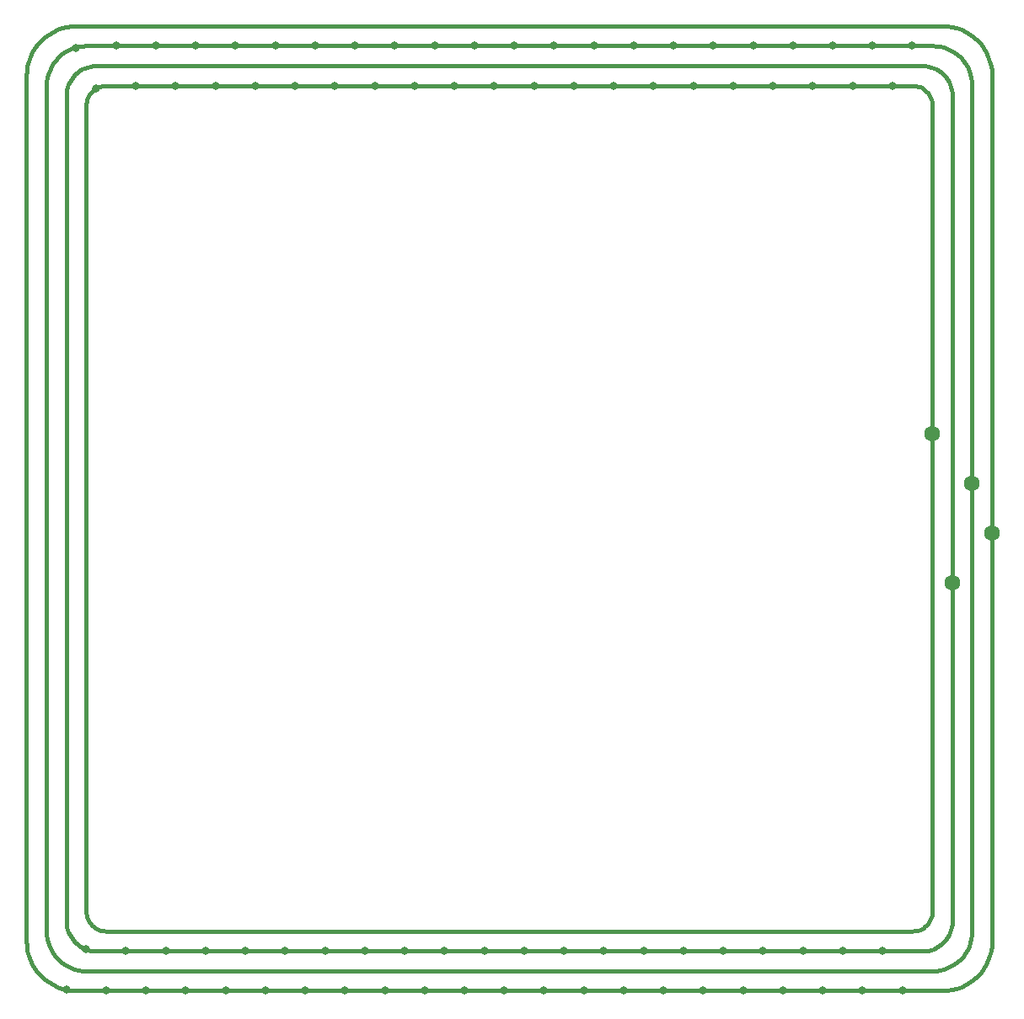
<source format=gbr>
G04 #@! TF.GenerationSoftware,KiCad,Pcbnew,(5.1.9)-1*
G04 #@! TF.CreationDate,2021-04-12T22:56:46-07:00*
G04 #@! TF.ProjectId,2 layer FINAL test board,32206c61-7965-4722-9046-494e414c2074,rev?*
G04 #@! TF.SameCoordinates,Original*
G04 #@! TF.FileFunction,Copper,L2,Bot*
G04 #@! TF.FilePolarity,Positive*
%FSLAX46Y46*%
G04 Gerber Fmt 4.6, Leading zero omitted, Abs format (unit mm)*
G04 Created by KiCad (PCBNEW (5.1.9)-1) date 2021-04-12 22:56:46*
%MOMM*%
%LPD*%
G01*
G04 APERTURE LIST*
G04 #@! TA.AperFunction,ViaPad*
%ADD10C,0.800000*%
G04 #@! TD*
G04 #@! TA.AperFunction,ViaPad*
%ADD11C,1.600000*%
G04 #@! TD*
G04 #@! TA.AperFunction,Conductor*
%ADD12C,0.400000*%
G04 #@! TD*
G04 APERTURE END LIST*
D10*
X93000000Y-150900000D03*
X95000000Y-146800000D03*
X97000000Y-151000000D03*
X99000000Y-147000000D03*
X101000000Y-151000000D03*
X105000000Y-151000000D03*
X109000000Y-151000000D03*
X113000000Y-151000000D03*
X117000000Y-151000000D03*
X121000000Y-151000000D03*
X125000000Y-151000000D03*
X129000000Y-151000000D03*
X133000000Y-151000000D03*
X137000000Y-151000000D03*
X141000000Y-151000000D03*
X145000000Y-151000000D03*
X149000000Y-151000000D03*
X153000000Y-151000000D03*
X157000000Y-151000000D03*
X161000000Y-151000000D03*
X165000000Y-151000000D03*
X169000000Y-151000000D03*
X173000000Y-151000000D03*
X177000000Y-151000000D03*
X103000000Y-147000000D03*
X107000000Y-147000000D03*
X111000000Y-147000000D03*
X115000000Y-147000000D03*
X119000000Y-147000000D03*
X123000000Y-147000000D03*
X127000000Y-147000000D03*
X131000000Y-147000000D03*
X135000000Y-147000000D03*
X139000000Y-147000000D03*
X143000000Y-147000000D03*
X147000000Y-147000000D03*
X151000000Y-147000000D03*
X155000000Y-147000000D03*
X159000000Y-147000000D03*
X163000000Y-147000000D03*
X167000000Y-147000000D03*
X171000000Y-147000000D03*
X175000000Y-147000000D03*
X94000000Y-56200000D03*
X96000000Y-60300000D03*
X98000000Y-56000000D03*
X100000000Y-60000000D03*
X104000000Y-60000000D03*
X108000000Y-60000000D03*
X112000000Y-60000000D03*
X116000000Y-60000000D03*
X120000000Y-60000000D03*
X124000000Y-60000000D03*
X128000000Y-60000000D03*
X132000000Y-60000000D03*
X136000000Y-60000000D03*
X140000000Y-60000000D03*
X144000000Y-60000000D03*
X148000000Y-60000000D03*
X152000000Y-60000000D03*
X156000000Y-60000000D03*
X160000000Y-60000000D03*
X164000000Y-60000000D03*
X168000000Y-60000000D03*
X172000000Y-60000000D03*
X176000000Y-60000000D03*
X102000000Y-56000000D03*
X106000000Y-56000000D03*
X110000000Y-56000000D03*
X114000000Y-56000000D03*
X118000000Y-56000000D03*
X122000000Y-56000000D03*
X126000000Y-56000000D03*
X130000000Y-56000000D03*
X134000000Y-56000000D03*
X138000000Y-56000000D03*
X142000000Y-56000000D03*
X146000000Y-56000000D03*
X150000000Y-56000000D03*
X154000000Y-56000000D03*
X158000000Y-56000000D03*
X162000000Y-56000000D03*
X166000000Y-56000000D03*
X170000000Y-56000000D03*
X174000000Y-56000000D03*
X178000000Y-56000000D03*
D11*
X186000000Y-105000000D03*
X184000000Y-100000000D03*
X180000000Y-95000000D03*
X182000000Y-110000000D03*
D12*
X95000000Y-62000000D02*
X95009630Y-61803965D01*
X95009630Y-61803965D02*
X95038429Y-61609819D01*
X95038429Y-61609819D02*
X95086119Y-61419430D01*
X95086119Y-61419430D02*
X95152240Y-61234633D01*
X95152240Y-61234633D02*
X95236157Y-61057206D01*
X95236157Y-61057206D02*
X95337060Y-60888859D01*
X95337060Y-60888859D02*
X95453979Y-60731213D01*
X95453979Y-60731213D02*
X95585786Y-60585786D01*
X95585786Y-60585786D02*
X95731213Y-60453979D01*
X95731213Y-60453979D02*
X95888859Y-60337060D01*
X95888859Y-60337060D02*
X96057206Y-60236157D01*
X96057206Y-60236157D02*
X96234633Y-60152240D01*
X96234633Y-60152240D02*
X96419430Y-60086119D01*
X96419430Y-60086119D02*
X96609819Y-60038429D01*
X96609819Y-60038429D02*
X96803965Y-60009630D01*
X96803965Y-60009630D02*
X97000000Y-60000000D01*
X93000000Y-61000000D02*
X93014445Y-60705948D01*
X93014445Y-60705948D02*
X93057644Y-60414729D01*
X93057644Y-60414729D02*
X93129178Y-60129145D01*
X93129178Y-60129145D02*
X93228361Y-59851949D01*
X93228361Y-59851949D02*
X93354236Y-59585809D01*
X93354236Y-59585809D02*
X93505591Y-59333289D01*
X93505591Y-59333289D02*
X93680968Y-59096820D01*
X93680968Y-59096820D02*
X93878679Y-58878679D01*
X93878679Y-58878679D02*
X94096820Y-58680968D01*
X94096820Y-58680968D02*
X94333289Y-58505591D01*
X94333289Y-58505591D02*
X94585809Y-58354236D01*
X94585809Y-58354236D02*
X94851949Y-58228361D01*
X94851949Y-58228361D02*
X95129145Y-58129178D01*
X95129145Y-58129178D02*
X95414729Y-58057644D01*
X95414729Y-58057644D02*
X95705948Y-58014445D01*
X95705948Y-58014445D02*
X96000000Y-58000000D01*
X91000000Y-60000000D02*
X91019261Y-59607931D01*
X91019261Y-59607931D02*
X91076858Y-59219638D01*
X91076858Y-59219638D02*
X91172238Y-58838861D01*
X91172238Y-58838861D02*
X91304481Y-58469266D01*
X91304481Y-58469266D02*
X91472314Y-58114413D01*
X91472314Y-58114413D02*
X91674121Y-57777719D01*
X91674121Y-57777719D02*
X91907958Y-57462426D01*
X91907958Y-57462426D02*
X92171572Y-57171572D01*
X92171572Y-57171572D02*
X92462426Y-56907958D01*
X92462426Y-56907958D02*
X92777719Y-56674121D01*
X92777719Y-56674121D02*
X93114413Y-56472314D01*
X93114413Y-56472314D02*
X93469266Y-56304481D01*
X93469266Y-56304481D02*
X93838861Y-56172238D01*
X93838861Y-56172238D02*
X94219638Y-56076858D01*
X94219638Y-56076858D02*
X94607931Y-56019261D01*
X94607931Y-56019261D02*
X95000000Y-56000000D01*
X89000000Y-59000000D02*
X89024076Y-58509914D01*
X89024076Y-58509914D02*
X89096073Y-58024548D01*
X89096073Y-58024548D02*
X89215298Y-57548576D01*
X89215298Y-57548576D02*
X89380602Y-57086582D01*
X89380602Y-57086582D02*
X89590393Y-56643016D01*
X89590393Y-56643016D02*
X89842651Y-56222148D01*
X89842651Y-56222148D02*
X90134947Y-55828033D01*
X90134947Y-55828033D02*
X90464466Y-55464466D01*
X90464466Y-55464466D02*
X90828033Y-55134947D01*
X90828033Y-55134947D02*
X91222148Y-54842651D01*
X91222148Y-54842651D02*
X91643016Y-54590393D01*
X91643016Y-54590393D02*
X92086582Y-54380602D01*
X92086582Y-54380602D02*
X92548576Y-54215298D01*
X92548576Y-54215298D02*
X93024548Y-54096073D01*
X93024548Y-54096073D02*
X93509914Y-54024076D01*
X93509914Y-54024076D02*
X94000000Y-54000000D01*
X97000000Y-145000000D02*
X96803965Y-144990369D01*
X96803965Y-144990369D02*
X96609819Y-144961570D01*
X96609819Y-144961570D02*
X96419430Y-144913880D01*
X96419430Y-144913880D02*
X96234633Y-144847759D01*
X96234633Y-144847759D02*
X96057206Y-144763842D01*
X96057206Y-144763842D02*
X95888859Y-144662939D01*
X95888859Y-144662939D02*
X95731213Y-144546020D01*
X95731213Y-144546020D02*
X95585786Y-144414213D01*
X95585786Y-144414213D02*
X95453979Y-144268786D01*
X95453979Y-144268786D02*
X95337060Y-144111140D01*
X95337060Y-144111140D02*
X95236157Y-143942793D01*
X95236157Y-143942793D02*
X95152240Y-143765366D01*
X95152240Y-143765366D02*
X95086119Y-143580569D01*
X95086119Y-143580569D02*
X95038429Y-143390180D01*
X95038429Y-143390180D02*
X95009630Y-143196034D01*
X95009630Y-143196034D02*
X95000000Y-143000000D01*
X95000000Y-143000000D02*
X95000000Y-62000000D01*
X96000000Y-147000000D02*
X95705948Y-146985554D01*
X95705948Y-146985554D02*
X95414729Y-146942355D01*
X95414729Y-146942355D02*
X95129145Y-146870821D01*
X95129145Y-146870821D02*
X94851949Y-146771638D01*
X94851949Y-146771638D02*
X94585809Y-146645763D01*
X94585809Y-146645763D02*
X94333289Y-146494408D01*
X94333289Y-146494408D02*
X94096820Y-146319031D01*
X94096820Y-146319031D02*
X93878679Y-146121320D01*
X93878679Y-146121320D02*
X93680968Y-145903179D01*
X93680968Y-145903179D02*
X93505591Y-145666710D01*
X93505591Y-145666710D02*
X93354236Y-145414190D01*
X93354236Y-145414190D02*
X93228361Y-145148050D01*
X93228361Y-145148050D02*
X93129178Y-144870854D01*
X93129178Y-144870854D02*
X93057644Y-144585270D01*
X93057644Y-144585270D02*
X93014445Y-144294051D01*
X93014445Y-144294051D02*
X93000000Y-144000000D01*
X93000000Y-144000000D02*
X93000000Y-61000000D01*
X95000000Y-149000000D02*
X94607931Y-148980738D01*
X94607931Y-148980738D02*
X94219638Y-148923141D01*
X94219638Y-148923141D02*
X93838861Y-148827761D01*
X93838861Y-148827761D02*
X93469266Y-148695518D01*
X93469266Y-148695518D02*
X93114413Y-148527685D01*
X93114413Y-148527685D02*
X92777719Y-148325878D01*
X92777719Y-148325878D02*
X92462426Y-148092041D01*
X92462426Y-148092041D02*
X92171572Y-147828427D01*
X92171572Y-147828427D02*
X91907958Y-147537573D01*
X91907958Y-147537573D02*
X91674121Y-147222280D01*
X91674121Y-147222280D02*
X91472314Y-146885586D01*
X91472314Y-146885586D02*
X91304481Y-146530733D01*
X91304481Y-146530733D02*
X91172238Y-146161138D01*
X91172238Y-146161138D02*
X91076858Y-145780361D01*
X91076858Y-145780361D02*
X91019261Y-145392068D01*
X91019261Y-145392068D02*
X91000000Y-145000000D01*
X91000000Y-145000000D02*
X91000000Y-60000000D01*
X94000000Y-151000000D02*
X93509914Y-150975923D01*
X93509914Y-150975923D02*
X93024548Y-150903926D01*
X93024548Y-150903926D02*
X92548576Y-150784701D01*
X92548576Y-150784701D02*
X92086582Y-150619397D01*
X92086582Y-150619397D02*
X91643016Y-150409606D01*
X91643016Y-150409606D02*
X91222148Y-150157348D01*
X91222148Y-150157348D02*
X90828033Y-149865052D01*
X90828033Y-149865052D02*
X90464466Y-149535533D01*
X90464466Y-149535533D02*
X90134947Y-149171966D01*
X90134947Y-149171966D02*
X89842651Y-148777851D01*
X89842651Y-148777851D02*
X89590393Y-148356983D01*
X89590393Y-148356983D02*
X89380602Y-147913417D01*
X89380602Y-147913417D02*
X89215298Y-147451423D01*
X89215298Y-147451423D02*
X89096073Y-146975451D01*
X89096073Y-146975451D02*
X89024076Y-146490085D01*
X89024076Y-146490085D02*
X89000000Y-146000000D01*
X89000000Y-146000000D02*
X89000000Y-59000000D01*
X186000000Y-146000000D02*
X185975923Y-146490085D01*
X185975923Y-146490085D02*
X185903926Y-146975451D01*
X185903926Y-146975451D02*
X185784701Y-147451423D01*
X185784701Y-147451423D02*
X185619397Y-147913417D01*
X185619397Y-147913417D02*
X185409606Y-148356983D01*
X185409606Y-148356983D02*
X185157348Y-148777851D01*
X185157348Y-148777851D02*
X184865052Y-149171966D01*
X184865052Y-149171966D02*
X184535533Y-149535533D01*
X184535533Y-149535533D02*
X184171966Y-149865052D01*
X184171966Y-149865052D02*
X183777851Y-150157348D01*
X183777851Y-150157348D02*
X183356983Y-150409606D01*
X183356983Y-150409606D02*
X182913417Y-150619397D01*
X182913417Y-150619397D02*
X182451423Y-150784701D01*
X182451423Y-150784701D02*
X181975451Y-150903926D01*
X181975451Y-150903926D02*
X181490085Y-150975923D01*
X181490085Y-150975923D02*
X181000000Y-151000000D01*
X181000000Y-151000000D02*
X94000000Y-151000000D01*
X184000000Y-145000000D02*
X183980738Y-145392068D01*
X183980738Y-145392068D02*
X183923141Y-145780361D01*
X183923141Y-145780361D02*
X183827761Y-146161138D01*
X183827761Y-146161138D02*
X183695518Y-146530733D01*
X183695518Y-146530733D02*
X183527685Y-146885586D01*
X183527685Y-146885586D02*
X183325878Y-147222280D01*
X183325878Y-147222280D02*
X183092041Y-147537573D01*
X183092041Y-147537573D02*
X182828427Y-147828427D01*
X182828427Y-147828427D02*
X182537573Y-148092041D01*
X182537573Y-148092041D02*
X182222280Y-148325878D01*
X182222280Y-148325878D02*
X181885586Y-148527685D01*
X181885586Y-148527685D02*
X181530733Y-148695518D01*
X181530733Y-148695518D02*
X181161138Y-148827761D01*
X181161138Y-148827761D02*
X180780361Y-148923141D01*
X180780361Y-148923141D02*
X180392068Y-148980738D01*
X180392068Y-148980738D02*
X180000000Y-149000000D01*
X180000000Y-149000000D02*
X95000000Y-149000000D01*
X179000000Y-147000000D02*
X96000000Y-147000000D01*
X179000000Y-147000000D02*
X179294051Y-146985554D01*
X179294051Y-146985554D02*
X179585270Y-146942355D01*
X179585270Y-146942355D02*
X179870854Y-146870821D01*
X179870854Y-146870821D02*
X180148050Y-146771638D01*
X180148050Y-146771638D02*
X180414190Y-146645763D01*
X180414190Y-146645763D02*
X180666710Y-146494408D01*
X180666710Y-146494408D02*
X180903179Y-146319031D01*
X180903179Y-146319031D02*
X181121320Y-146121320D01*
X181121320Y-146121320D02*
X181319031Y-145903179D01*
X181319031Y-145903179D02*
X181494408Y-145666710D01*
X181494408Y-145666710D02*
X181645763Y-145414190D01*
X181645763Y-145414190D02*
X181771638Y-145148050D01*
X181771638Y-145148050D02*
X181870821Y-144870854D01*
X181870821Y-144870854D02*
X181942355Y-144585270D01*
X181942355Y-144585270D02*
X181985554Y-144294051D01*
X181985554Y-144294051D02*
X182000000Y-144000000D01*
X180000000Y-143000000D02*
X179990369Y-143196034D01*
X179990369Y-143196034D02*
X179961570Y-143390180D01*
X179961570Y-143390180D02*
X179913880Y-143580569D01*
X179913880Y-143580569D02*
X179847759Y-143765366D01*
X179847759Y-143765366D02*
X179763842Y-143942793D01*
X179763842Y-143942793D02*
X179662939Y-144111140D01*
X179662939Y-144111140D02*
X179546020Y-144268786D01*
X179546020Y-144268786D02*
X179414213Y-144414213D01*
X179414213Y-144414213D02*
X179268786Y-144546020D01*
X179268786Y-144546020D02*
X179111140Y-144662939D01*
X179111140Y-144662939D02*
X178942793Y-144763842D01*
X178942793Y-144763842D02*
X178765366Y-144847759D01*
X178765366Y-144847759D02*
X178580569Y-144913880D01*
X178580569Y-144913880D02*
X178390180Y-144961570D01*
X178390180Y-144961570D02*
X178196034Y-144990369D01*
X178196034Y-144990369D02*
X178000000Y-145000000D01*
X178000000Y-145000000D02*
X97000000Y-145000000D01*
X178000000Y-60000000D02*
X97000000Y-60000000D01*
X178000000Y-60000000D02*
X178196034Y-60009630D01*
X178196034Y-60009630D02*
X178390180Y-60038429D01*
X178390180Y-60038429D02*
X178580569Y-60086119D01*
X178580569Y-60086119D02*
X178765366Y-60152240D01*
X178765366Y-60152240D02*
X178942793Y-60236157D01*
X178942793Y-60236157D02*
X179111140Y-60337060D01*
X179111140Y-60337060D02*
X179268786Y-60453979D01*
X179268786Y-60453979D02*
X179414213Y-60585786D01*
X179414213Y-60585786D02*
X179546020Y-60731213D01*
X179546020Y-60731213D02*
X179662939Y-60888859D01*
X179662939Y-60888859D02*
X179763842Y-61057206D01*
X179763842Y-61057206D02*
X179847759Y-61234633D01*
X179847759Y-61234633D02*
X179913880Y-61419430D01*
X179913880Y-61419430D02*
X179961570Y-61609819D01*
X179961570Y-61609819D02*
X179990369Y-61803965D01*
X179990369Y-61803965D02*
X180000000Y-62000000D01*
X180000000Y-62000000D02*
X180000000Y-95000000D01*
X179000000Y-58000000D02*
X96000000Y-58000000D01*
X179000000Y-58000000D02*
X179294051Y-58014445D01*
X179294051Y-58014445D02*
X179585270Y-58057644D01*
X179585270Y-58057644D02*
X179870854Y-58129178D01*
X179870854Y-58129178D02*
X180148050Y-58228361D01*
X180148050Y-58228361D02*
X180414190Y-58354236D01*
X180414190Y-58354236D02*
X180666710Y-58505591D01*
X180666710Y-58505591D02*
X180903179Y-58680968D01*
X180903179Y-58680968D02*
X181121320Y-58878679D01*
X181121320Y-58878679D02*
X181319031Y-59096820D01*
X181319031Y-59096820D02*
X181494408Y-59333289D01*
X181494408Y-59333289D02*
X181645763Y-59585809D01*
X181645763Y-59585809D02*
X181771638Y-59851949D01*
X181771638Y-59851949D02*
X181870821Y-60129145D01*
X181870821Y-60129145D02*
X181942355Y-60414729D01*
X181942355Y-60414729D02*
X181985554Y-60705948D01*
X181985554Y-60705948D02*
X182000000Y-61000000D01*
X182000000Y-61000000D02*
X182000000Y-110000000D01*
X180000000Y-56000000D02*
X95000000Y-56000000D01*
X180000000Y-56000000D02*
X180392068Y-56019261D01*
X180392068Y-56019261D02*
X180780361Y-56076858D01*
X180780361Y-56076858D02*
X181161138Y-56172238D01*
X181161138Y-56172238D02*
X181530733Y-56304481D01*
X181530733Y-56304481D02*
X181885586Y-56472314D01*
X181885586Y-56472314D02*
X182222280Y-56674121D01*
X182222280Y-56674121D02*
X182537573Y-56907958D01*
X182537573Y-56907958D02*
X182828427Y-57171572D01*
X182828427Y-57171572D02*
X183092041Y-57462426D01*
X183092041Y-57462426D02*
X183325878Y-57777719D01*
X183325878Y-57777719D02*
X183527685Y-58114413D01*
X183527685Y-58114413D02*
X183695518Y-58469266D01*
X183695518Y-58469266D02*
X183827761Y-58838861D01*
X183827761Y-58838861D02*
X183923141Y-59219638D01*
X183923141Y-59219638D02*
X183980738Y-59607931D01*
X183980738Y-59607931D02*
X184000000Y-60000000D01*
X184000000Y-60000000D02*
X184000000Y-100000000D01*
X181000000Y-54000000D02*
X94000000Y-54000000D01*
X181000000Y-54000000D02*
X181490085Y-54024076D01*
X181490085Y-54024076D02*
X181975451Y-54096073D01*
X181975451Y-54096073D02*
X182451423Y-54215298D01*
X182451423Y-54215298D02*
X182913417Y-54380602D01*
X182913417Y-54380602D02*
X183356983Y-54590393D01*
X183356983Y-54590393D02*
X183777851Y-54842651D01*
X183777851Y-54842651D02*
X184171966Y-55134947D01*
X184171966Y-55134947D02*
X184535533Y-55464466D01*
X184535533Y-55464466D02*
X184865052Y-55828033D01*
X184865052Y-55828033D02*
X185157348Y-56222148D01*
X185157348Y-56222148D02*
X185409606Y-56643016D01*
X185409606Y-56643016D02*
X185619397Y-57086582D01*
X185619397Y-57086582D02*
X185784701Y-57548576D01*
X185784701Y-57548576D02*
X185903926Y-58024548D01*
X185903926Y-58024548D02*
X185975923Y-58509914D01*
X185975923Y-58509914D02*
X186000000Y-59000000D01*
X186000000Y-59000000D02*
X186000000Y-105000000D01*
X186000000Y-105000000D02*
X186000000Y-146000000D01*
X184000000Y-100000000D02*
X184000000Y-145000000D01*
X180000000Y-95000000D02*
X180000000Y-143000000D01*
X182000000Y-110000000D02*
X182000000Y-144000000D01*
M02*

</source>
